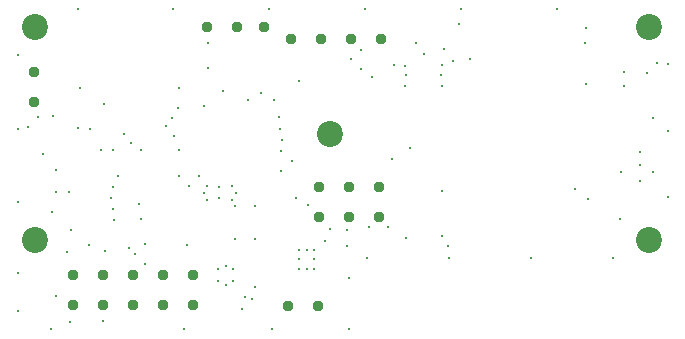
<source format=gbr>
%TF.GenerationSoftware,Altium Limited,Altium Designer,20.1.8 (145)*%
G04 Layer_Color=0*
%FSLAX45Y45*%
%MOMM*%
%TF.SameCoordinates,F0989897-1A12-473C-90C7-768902EF80F2*%
%TF.FilePolarity,Positive*%
%TF.FileFunction,Plated,1,4,PTH,Drill*%
%TF.Part,Single*%
G01*
G75*
%TA.AperFunction,ComponentDrill*%
%ADD68C,0.95000*%
%TA.AperFunction,OtherDrill,Pad Free-1 (27mm,17mm)*%
%ADD69C,2.20000*%
%TA.AperFunction,OtherDrill,Pad Free-1 (2mm,8mm)*%
%ADD70C,2.20000*%
%TA.AperFunction,OtherDrill,Pad Free-1 (2mm,26mm)*%
%ADD71C,2.20000*%
%TA.AperFunction,OtherDrill,Pad Free-1 (54mm,26mm)*%
%ADD72C,2.20000*%
%TA.AperFunction,OtherDrill,Pad Free-1 (54mm,8mm)*%
%ADD73C,2.20000*%
%TA.AperFunction,ViaDrill,NotFilled*%
%ADD74C,0.30000*%
D68*
X1905099Y2603500D02*
D03*
X1651099D02*
D03*
X190500Y1968500D02*
D03*
X2139895Y2603500D02*
D03*
X190500Y2222500D02*
D03*
X1540004Y247460D02*
D03*
X1286004D02*
D03*
X1032004D02*
D03*
X778004D02*
D03*
X524004D02*
D03*
Y501460D02*
D03*
X778004D02*
D03*
X1032004D02*
D03*
X1286004D02*
D03*
X1540004D02*
D03*
X2600960Y995680D02*
D03*
X2854960Y995680D02*
D03*
X3108960Y995680D02*
D03*
Y1249680D02*
D03*
X2854960Y1249680D02*
D03*
X2600960Y1249680D02*
D03*
X2341880Y242570D02*
D03*
X2595880D02*
D03*
X3124700Y2500000D02*
D03*
X2870700D02*
D03*
X2616700D02*
D03*
X2362700D02*
D03*
D69*
X2700000Y1700000D02*
D03*
D70*
X200000Y800000D02*
D03*
D71*
Y2600000D02*
D03*
D72*
X5400000D02*
D03*
D73*
Y800000D02*
D03*
D74*
X1303859Y1762422D02*
D03*
X950230Y1693835D02*
D03*
X1362307Y1837050D02*
D03*
X3053117Y2183190D02*
D03*
X1458572Y45780D02*
D03*
X2437980Y638660D02*
D03*
Y559020D02*
D03*
X2562860D02*
D03*
Y638660D02*
D03*
X2437980Y717144D02*
D03*
X2562860D02*
D03*
X2500880Y559020D02*
D03*
Y717144D02*
D03*
X1813479Y419545D02*
D03*
X344063Y1039480D02*
D03*
X567030Y1747452D02*
D03*
X661130Y1736799D02*
D03*
X791130Y709136D02*
D03*
X761511Y1562913D02*
D03*
X378125Y326800D02*
D03*
X471761Y702019D02*
D03*
X2437687Y2145379D02*
D03*
X2290275Y1648850D02*
D03*
X2276395Y1742950D02*
D03*
X3189533Y913712D02*
D03*
X3646621Y1218880D02*
D03*
X3218260Y1486521D02*
D03*
X3369960Y1577285D02*
D03*
X1483605Y754300D02*
D03*
X2409304Y1157359D02*
D03*
X2285260Y1388745D02*
D03*
X2372648Y1471295D02*
D03*
X2285029Y1554567D02*
D03*
X1898690Y1200426D02*
D03*
X785695Y1954605D02*
D03*
X267768Y1526652D02*
D03*
X1813479Y583650D02*
D03*
X1373504Y1677927D02*
D03*
X2838985Y883285D02*
D03*
X2839244Y747500D02*
D03*
X2060203Y810801D02*
D03*
X1894560Y1087556D02*
D03*
X2060440D02*
D03*
X1895193Y810166D02*
D03*
X1866880Y1139534D02*
D03*
X2040425Y301438D02*
D03*
X1955124Y218440D02*
D03*
X1977381Y315854D02*
D03*
X3695521Y747500D02*
D03*
X2696548Y892643D02*
D03*
X2511024Y1098711D02*
D03*
X2651966Y790923D02*
D03*
X1874619Y552320D02*
D03*
X1874759Y450600D02*
D03*
X1752139D02*
D03*
Y552320D02*
D03*
X504190Y886283D02*
D03*
X1042053Y680546D02*
D03*
X1502480Y1258159D02*
D03*
X3333216Y2104509D02*
D03*
X3787856Y2629609D02*
D03*
X3881956Y2328848D02*
D03*
X3239506Y2283967D02*
D03*
X380965Y1207662D02*
D03*
X860569Y1252838D02*
D03*
X844364Y1158738D02*
D03*
X858605Y1064638D02*
D03*
X903880Y1342604D02*
D03*
X995003Y730855D02*
D03*
X2957262Y2247099D02*
D03*
X1660178Y2469944D02*
D03*
Y2254707D02*
D03*
X3423158Y2467619D02*
D03*
X1128020Y599790D02*
D03*
X1130730Y766567D02*
D03*
X334470Y45780D02*
D03*
X483340Y1207785D02*
D03*
X5325120Y1549209D02*
D03*
X5150758Y981390D02*
D03*
X4879207Y1148689D02*
D03*
X4862680Y2595880D02*
D03*
X4857316Y2472497D02*
D03*
X3644616Y2104509D02*
D03*
X3647156Y832213D02*
D03*
X3028386Y913712D02*
D03*
X3336010Y819612D02*
D03*
X5325120Y1432330D02*
D03*
Y1302330D02*
D03*
X5163509Y1372719D02*
D03*
X4770719Y1230359D02*
D03*
X5186716Y2101970D02*
D03*
X5186708Y2220359D02*
D03*
X4865496Y2122019D02*
D03*
X1630897Y1937950D02*
D03*
X1419146Y1566000D02*
D03*
X1094960Y1563918D02*
D03*
X1015626Y1617662D02*
D03*
X1412101Y1920333D02*
D03*
X5089128Y645780D02*
D03*
X4395820D02*
D03*
X3702512D02*
D03*
X3009204D02*
D03*
X3635571Y2198609D02*
D03*
X3737462Y2318209D02*
D03*
X3665156Y2417224D02*
D03*
X2957262Y2412468D02*
D03*
X2003205Y1985139D02*
D03*
X2264340Y1837666D02*
D03*
X1866880Y1261318D02*
D03*
X1658360Y1139206D02*
D03*
Y1261645D02*
D03*
X1760080Y1153376D02*
D03*
Y1247476D02*
D03*
X856130Y1561397D02*
D03*
X870120Y970539D02*
D03*
X655738Y757621D02*
D03*
X3339580Y2200246D02*
D03*
X2871835Y2329784D02*
D03*
X1076700Y1103246D02*
D03*
X5381631Y2216294D02*
D03*
X5554208Y1164215D02*
D03*
Y2287812D02*
D03*
X497486Y108675D02*
D03*
X3807931Y2753995D02*
D03*
X3643922Y2278169D02*
D03*
X141605Y1757277D02*
D03*
X223520Y1840992D02*
D03*
X353036Y1848027D02*
D03*
X380379Y1396364D02*
D03*
X5427912Y1833440D02*
D03*
X5427498Y1373957D02*
D03*
X5467116Y2299264D02*
D03*
X55880Y1744092D02*
D03*
X1627186Y1200426D02*
D03*
X5554208Y1726014D02*
D03*
X2183366Y2753995D02*
D03*
X1790178Y2063650D02*
D03*
X2995649Y2753995D02*
D03*
X55880Y2367279D02*
D03*
X4620214Y2753995D02*
D03*
X1420000Y2085340D02*
D03*
X55880Y1120905D02*
D03*
Y201352D02*
D03*
X776990Y115501D02*
D03*
X2854197Y45780D02*
D03*
Y474555D02*
D03*
X2203704Y45780D02*
D03*
X55880Y523240D02*
D03*
X580000Y2085340D02*
D03*
X558800Y2753995D02*
D03*
X1371083D02*
D03*
X3333606Y2277714D02*
D03*
X1585595Y1343280D02*
D03*
X1419860D02*
D03*
X2059675Y401300D02*
D03*
X2112800Y2047914D02*
D03*
X1098180Y977892D02*
D03*
X2222395Y1985139D02*
D03*
X3488251Y2373519D02*
D03*
%TF.MD5,7c4fe23b1d239ce9868b462c16fd69fb*%
M02*

</source>
